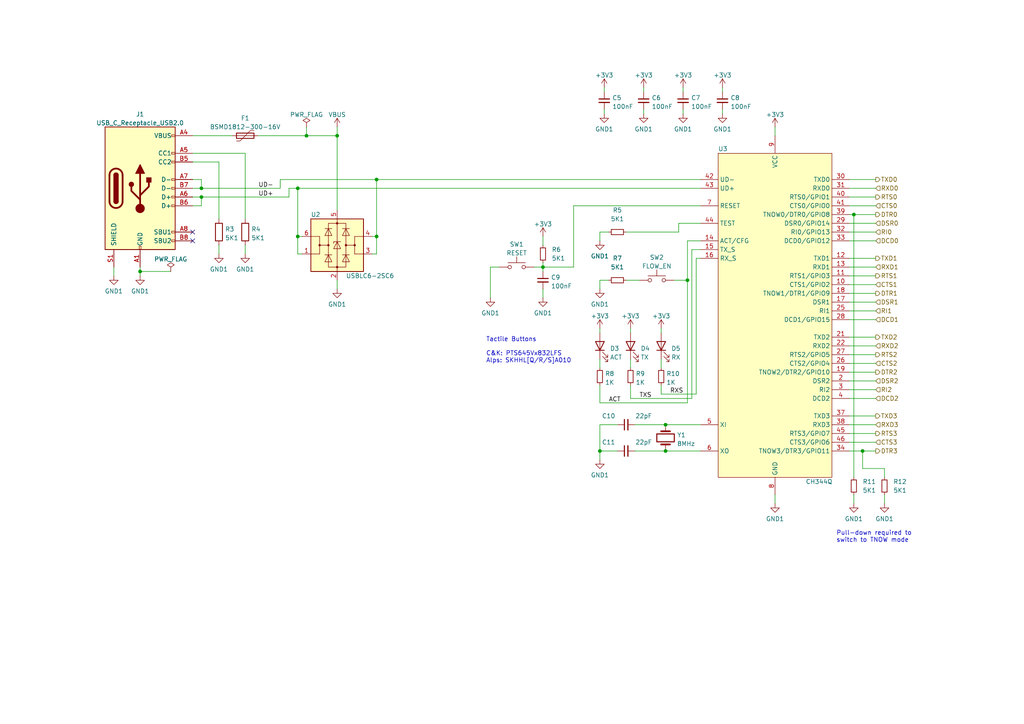
<source format=kicad_sch>
(kicad_sch (version 20211123) (generator eeschema)
  (paper "A4")
  (title_block (title "CH344 Isolated Serial Adapter") (date "2022-10-29") (rev "1") (company "Sleepy Pony Labs"))
  (lib_symbols
    (symbol "Connector:USB_C_Receptacle_USB2.0" (pin_names (offset 1.016))
      (property "Reference" "J" (at -10.16 19.05 0))
      (property "Value" "USB_C_Receptacle_USB2.0" (at 19.05 19.05 0))
      (symbol "USB_C_Receptacle_USB2.0_0_0"
        (rectangle (start -0.254 -17.78) (end 0.254 -16.764))
        (rectangle (start 10.16 -14.986) (end 9.144 -15.494))
        (rectangle (start 10.16 -12.446) (end 9.144 -12.954))
        (rectangle (start 10.16 -4.826) (end 9.144 -5.334))
        (rectangle (start 10.16 -2.286) (end 9.144 -2.794))
        (rectangle (start 10.16 0.254) (end 9.144 -0.254))
        (rectangle (start 10.16 2.794) (end 9.144 2.286))
        (rectangle (start 10.16 7.874) (end 9.144 7.366))
        (rectangle (start 10.16 10.414) (end 9.144 9.906))
        (rectangle (start 10.16 15.494) (end 9.144 14.986))
      )
      (symbol "USB_C_Receptacle_USB2.0_0_1"
        (rectangle (start -10.16 17.78) (end 10.16 -17.78) (stroke (width 0.254)) (fill (type background)))
        (arc (start -8.89 -3.81) (mid -6.985 -5.715) (end -5.08 -3.81) (stroke (width 0.508)))
        (arc (start -7.62 -3.81) (mid -6.985 -4.445) (end -6.35 -3.81) (stroke (width 0.254)))
        (arc (start -7.62 -3.81) (mid -6.985 -4.445) (end -6.35 -3.81) (stroke (width 0.254)) (fill (type outline)))
        (rectangle (start -7.62 -3.81) (end -6.35 3.81) (stroke (width 0.254)) (fill (type outline)))
        (arc (start -6.35 3.81) (mid -6.985 4.445) (end -7.62 3.81) (stroke (width 0.254)))
        (arc (start -6.35 3.81) (mid -6.985 4.445) (end -7.62 3.81) (stroke (width 0.254)) (fill (type outline)))
        (arc (start -5.08 3.81) (mid -6.985 5.715) (end -8.89 3.81) (stroke (width 0.508)))
        (circle (center -2.54 1.143) (radius 0.635) (stroke (width 0.254)) (fill (type outline)))
        (circle (center 0 -5.842) (radius 1.27) (fill (type outline)))
        (polyline (pts (xy -8.89 -3.81) (xy -8.89 3.81)) (stroke (width 0.508)))
        (polyline (pts (xy -5.08 3.81) (xy -5.08 -3.81)) (stroke (width 0.508)))
        (polyline (pts (xy 0 -5.842) (xy 0 4.318)) (stroke (width 0.508)))
        (polyline (pts (xy 0 -3.302) (xy -2.54 -0.762) (xy -2.54 0.508)) (stroke (width 0.508)))
        (polyline (pts (xy 0 -2.032) (xy 2.54 0.508) (xy 2.54 1.778)) (stroke (width 0.508)))
        (polyline (pts (xy -1.27 4.318) (xy 0 6.858) (xy 1.27 4.318) (xy -1.27 4.318)) (stroke (width 0.254)) (fill (type outline)))
        (rectangle (start 1.905 1.778) (end 3.175 3.048) (stroke (width 0.254)) (fill (type outline)))
      )
      (symbol "USB_C_Receptacle_USB2.0_1_1"
        (pin passive line (at 0 -22.86 90) (length 5.08) (name "GND") (number "A1"))
        (pin passive line (at 0 -22.86 90) (length 5.08) hide (name "GND") (number "A12"))
        (pin passive line (at 15.24 15.24 180) (length 5.08) (name "VBUS") (number "A4"))
        (pin bidirectional line (at 15.24 10.16 180) (length 5.08) (name "CC1") (number "A5"))
        (pin bidirectional line (at 15.24 -2.54 180) (length 5.08) (name "D+") (number "A6"))
        (pin bidirectional line (at 15.24 2.54 180) (length 5.08) (name "D-") (number "A7"))
        (pin bidirectional line (at 15.24 -12.7 180) (length 5.08) (name "SBU1") (number "A8"))
        (pin passive line (at 15.24 15.24 180) (length 5.08) hide (name "VBUS") (number "A9"))
        (pin passive line (at 0 -22.86 90) (length 5.08) hide (name "GND") (number "B1"))
        (pin passive line (at 0 -22.86 90) (length 5.08) hide (name "GND") (number "B12"))
        (pin passive line (at 15.24 15.24 180) (length 5.08) hide (name "VBUS") (number "B4"))
        (pin bidirectional line (at 15.24 7.62 180) (length 5.08) (name "CC2") (number "B5"))
        (pin bidirectional line (at 15.24 -5.08 180) (length 5.08) (name "D+") (number "B6"))
        (pin bidirectional line (at 15.24 0 180) (length 5.08) (name "D-") (number "B7"))
        (pin bidirectional line (at 15.24 -15.24 180) (length 5.08) (name "SBU2") (number "B8"))
        (pin passive line (at 15.24 15.24 180) (length 5.08) hide (name "VBUS") (number "B9"))
        (pin passive line (at -7.62 -22.86 90) (length 5.08) (name "SHIELD") (number "S1"))
      )
    )
    (symbol "Device:C_Small" (pin_numbers hide) (pin_names (offset 0.254) hide)
      (property "Reference" "C" (at 0.254 1.778 0))
      (property "Value" "C_Small" (at 0.254 -2.032 0))
      (symbol "C_Small_0_1"
        (polyline (pts (xy -1.524 -0.508) (xy 1.524 -0.508)) (stroke (width 0.3302)))
        (polyline (pts (xy -1.524 0.508) (xy 1.524 0.508)) (stroke (width 0.3048)))
      )
      (symbol "C_Small_1_1"
        (pin passive line (at 0 2.54 270) (length 2.032) (name "~") (number "1"))
        (pin passive line (at 0 -2.54 90) (length 2.032) (name "~") (number "2"))
      )
    )
    (symbol "Device:Crystal" (pin_numbers hide) (pin_names (offset 1.016) hide)
      (property "Reference" "Y" (at 0 3.81 0))
      (property "Value" "Crystal" (at 0 -3.81 0))
      (symbol "Crystal_0_1"
        (rectangle (start -1.143 2.54) (end 1.143 -2.54) (stroke (width 0.3048)))
        (polyline (pts (xy -2.54 0) (xy -1.905 0)))
        (polyline (pts (xy -1.905 -1.27) (xy -1.905 1.27)) (stroke (width 0.508)))
        (polyline (pts (xy 1.905 -1.27) (xy 1.905 1.27)) (stroke (width 0.508)))
        (polyline (pts (xy 2.54 0) (xy 1.905 0)))
      )
      (symbol "Crystal_1_1"
        (pin passive line (at -3.81 0 0) (length 1.27) (name "1") (number "1"))
        (pin passive line (at 3.81 0 180) (length 1.27) (name "2") (number "2"))
      )
    )
    (symbol "Device:LED" (pin_numbers hide) (pin_names (offset 1.016) hide)
      (property "Reference" "D" (at 0 2.54 0))
      (property "Value" "LED" (at 0 -2.54 0))
      (symbol "LED_0_1"
        (polyline (pts (xy -1.27 -1.27) (xy -1.27 1.27)) (stroke (width 0.254)))
        (polyline (pts (xy -1.27 0) (xy 1.27 0)))
        (polyline (pts (xy 1.27 -1.27) (xy 1.27 1.27) (xy -1.27 0) (xy 1.27 -1.27)) (stroke (width 0.254)))
        (polyline (pts (xy -3.048 -0.762) (xy -4.572 -2.286) (xy -3.81 -2.286) (xy -4.572 -2.286) (xy -4.572 -1.524)))
        (polyline (pts (xy -1.778 -0.762) (xy -3.302 -2.286) (xy -2.54 -2.286) (xy -3.302 -2.286) (xy -3.302 -1.524)))
      )
      (symbol "LED_1_1"
        (pin passive line (at -3.81 0 0) (length 2.54) (name "K") (number "1"))
        (pin passive line (at 3.81 0 180) (length 2.54) (name "A") (number "2"))
      )
    )
    (symbol "Device:Polyfuse" (pin_numbers hide) (pin_names (offset 0))
      (property "Reference" "F" (at -2.54 0 90))
      (property "Value" "Polyfuse" (at 2.54 0 90))
      (symbol "Polyfuse_0_1"
        (rectangle (start -0.762 2.54) (end 0.762 -2.54) (stroke (width 0.254)))
        (polyline (pts (xy 0 2.54) (xy 0 -2.54)))
        (polyline (pts (xy -1.524 2.54) (xy -1.524 1.524) (xy 1.524 -1.524) (xy 1.524 -2.54)))
      )
      (symbol "Polyfuse_1_1"
        (pin passive line (at 0 3.81 270) (length 1.27) (name "~") (number "1"))
        (pin passive line (at 0 -3.81 90) (length 1.27) (name "~") (number "2"))
      )
    )
    (symbol "Device:R" (pin_numbers hide) (pin_names (offset 0))
      (property "Reference" "R" (at 2.032 0 90))
      (property "Value" "R" (at 0 0 90))
      (symbol "R_0_1"
        (rectangle (start -1.016 -2.54) (end 1.016 2.54) (stroke (width 0.254)))
      )
      (symbol "R_1_1"
        (pin passive line (at 0 3.81 270) (length 1.27) (name "~") (number "1"))
        (pin passive line (at 0 -3.81 90) (length 1.27) (name "~") (number "2"))
      )
    )
    (symbol "Device:R_Small" (pin_numbers hide) (pin_names (offset 0.254) hide)
      (property "Reference" "R" (at 0.762 0.508 0))
      (property "Value" "R_Small" (at 0.762 -1.016 0))
      (symbol "R_Small_0_1"
        (rectangle (start -0.762 1.778) (end 0.762 -1.778) (stroke (width 0.2032)))
      )
      (symbol "R_Small_1_1"
        (pin passive line (at 0 2.54 270) (length 0.762) (name "~") (number "1"))
        (pin passive line (at 0 -2.54 90) (length 0.762) (name "~") (number "2"))
      )
    )
    (symbol "Power_Protection:USBLC6-2SC6" (pin_names hide)
      (property "Reference" "U" (at 2.54 8.89 0))
      (property "Value" "USBLC6-2SC6" (at 2.54 -8.89 0))
      (symbol "USBLC6-2SC6_0_1"
        (rectangle (start -7.62 -7.62) (end 7.62 7.62) (stroke (width 0.254)) (fill (type background)))
        (circle (center -5.08 0) (radius 0.254) (fill (type outline)))
        (circle (center -2.54 0) (radius 0.254) (fill (type outline)))
        (rectangle (start -2.54 6.35) (end 2.54 -6.35))
        (circle (center 0 -6.35) (radius 0.254) (fill (type outline)))
        (polyline (pts (xy -5.08 -2.54) (xy -7.62 -2.54)))
        (polyline (pts (xy -5.08 0) (xy -5.08 -2.54)))
        (polyline (pts (xy -5.08 2.54) (xy -7.62 2.54)))
        (polyline (pts (xy -1.524 -2.794) (xy -3.556 -2.794)))
        (polyline (pts (xy -1.524 4.826) (xy -3.556 4.826)))
        (polyline (pts (xy 0 -7.62) (xy 0 -6.35)))
        (polyline (pts (xy 0 -6.35) (xy 0 1.27)))
        (polyline (pts (xy 0 1.27) (xy 0 6.35)))
        (polyline (pts (xy 0 6.35) (xy 0 7.62)))
        (polyline (pts (xy 1.524 -2.794) (xy 3.556 -2.794)))
        (polyline (pts (xy 1.524 4.826) (xy 3.556 4.826)))
        (polyline (pts (xy 5.08 -2.54) (xy 7.62 -2.54)))
        (polyline (pts (xy 5.08 0) (xy 5.08 -2.54)))
        (polyline (pts (xy 5.08 2.54) (xy 7.62 2.54)))
        (polyline (pts (xy -2.54 0) (xy -5.08 0) (xy -5.08 2.54)))
        (polyline (pts (xy 2.54 0) (xy 5.08 0) (xy 5.08 2.54)))
        (polyline (pts (xy -3.556 -4.826) (xy -1.524 -4.826) (xy -2.54 -2.794) (xy -3.556 -4.826)))
        (polyline (pts (xy -3.556 2.794) (xy -1.524 2.794) (xy -2.54 4.826) (xy -3.556 2.794)))
        (polyline (pts (xy -1.016 -1.016) (xy 1.016 -1.016) (xy 0 1.016) (xy -1.016 -1.016)))
        (polyline (pts (xy 1.016 1.016) (xy 0.762 1.016) (xy -1.016 1.016) (xy -1.016 0.508)))
        (polyline (pts (xy 3.556 -4.826) (xy 1.524 -4.826) (xy 2.54 -2.794) (xy 3.556 -4.826)))
        (polyline (pts (xy 3.556 2.794) (xy 1.524 2.794) (xy 2.54 4.826) (xy 3.556 2.794)))
        (circle (center 0 6.35) (radius 0.254) (fill (type outline)))
        (circle (center 2.54 0) (radius 0.254) (fill (type outline)))
        (circle (center 5.08 0) (radius 0.254) (fill (type outline)))
      )
      (symbol "USBLC6-2SC6_1_1"
        (pin passive line (at -10.16 -2.54 0) (length 2.54) (name "I/O1") (number "1"))
        (pin passive line (at 0 -10.16 90) (length 2.54) (name "GND") (number "2"))
        (pin passive line (at 10.16 -2.54 180) (length 2.54) (name "I/O2") (number "3"))
        (pin passive line (at 10.16 2.54 180) (length 2.54) (name "I/O2") (number "4"))
        (pin passive line (at 0 10.16 270) (length 2.54) (name "VBUS") (number "5"))
        (pin passive line (at -10.16 2.54 0) (length 2.54) (name "I/O1") (number "6"))
      )
    )
    (symbol "Switch:SW_Push" (pin_numbers hide) (pin_names (offset 1.016) hide)
      (property "Reference" "SW" (at 1.27 2.54 0))
      (property "Value" "SW_Push" (at 0 -1.524 0))
      (symbol "SW_Push_0_1"
        (circle (center -2.032 0) (radius 0.508))
        (polyline (pts (xy 0 1.27) (xy 0 3.048)))
        (polyline (pts (xy 2.54 1.27) (xy -2.54 1.27)))
        (circle (center 2.032 0) (radius 0.508))
        (pin passive line (at -5.08 0 0) (length 2.54) (name "1") (number "1"))
        (pin passive line (at 5.08 0 180) (length 2.54) (name "2") (number "2"))
      )
    )
    (symbol "isolated_serial_adapter:CH344Q"
      (property "Reference" "U" (at -15.24 52.07 0))
      (property "Value" "CH344Q" (at 12.7 -44.45 0))
      (symbol "CH344Q_0_1"
        (rectangle (start -16.51 50.8) (end 16.51 -43.18) (stroke (width 0.1524)) (fill (type background)))
      )
      (symbol "CH344Q_1_1"
        (pin no_connect line (at -21.59 15.24 0) (length 5.08) hide (name "NC") (number "1"))
        (pin bidirectional line (at 21.59 12.7 180) (length 5.08) (name "CTS1/GPIO2") (number "10"))
        (pin bidirectional line (at 21.59 15.24 180) (length 5.08) (name "RTS1/GPIO3") (number "11"))
        (pin output line (at 21.59 20.32 180) (length 5.08) (name "TXD1") (number "12"))
        (pin input line (at 21.59 17.78 180) (length 5.08) (name "RXD1") (number "13"))
        (pin bidirectional line (at -21.59 25.4 0) (length 5.08) (name "ACT/CFG") (number "14"))
        (pin output line (at -21.59 22.86 0) (length 5.08) (name "TX_S") (number "15"))
        (pin output line (at -21.59 20.32 0) (length 5.08) (name "RX_S") (number "16"))
        (pin input line (at 21.59 7.62 180) (length 5.08) (name "DSR1") (number "17"))
        (pin bidirectional line (at 21.59 10.16 180) (length 5.08) (name "TNOW1/DTR1/GPIO9") (number "18"))
        (pin bidirectional line (at 21.59 -12.7 180) (length 5.08) (name "TNOW2/DTR2/GPIO10") (number "19"))
        (pin input line (at 21.59 -15.24 180) (length 5.08) (name "DSR2") (number "2"))
        (pin power_in line (at 0 -48.26 90) (length 5.08) hide (name "GND") (number "20"))
        (pin output line (at 21.59 -2.54 180) (length 5.08) (name "TXD2") (number "21"))
        (pin input line (at 21.59 -5.08 180) (length 5.08) (name "RXD2") (number "22"))
        (pin power_in line (at 0 -48.26 90) (length 5.08) hide (name "GND") (number "23"))
        (pin power_in line (at 0 55.88 270) (length 5.08) hide (name "VCC") (number "24"))
        (pin input line (at 21.59 5.08 180) (length 5.08) (name "RI1") (number "25"))
        (pin bidirectional line (at 21.59 -10.16 180) (length 5.08) (name "CTS2/GPIO4") (number "26"))
        (pin bidirectional line (at 21.59 -7.62 180) (length 5.08) (name "RTS2/GPIO5") (number "27"))
        (pin bidirectional line (at 21.59 2.54 180) (length 5.08) (name "DCD1/GPIO15") (number "28"))
        (pin bidirectional line (at 21.59 30.48 180) (length 5.08) (name "DSR0/GPIO14") (number "29"))
        (pin input line (at 21.59 -17.78 180) (length 5.08) (name "RI2") (number "3"))
        (pin output line (at 21.59 43.18 180) (length 5.08) (name "TXD0") (number "30"))
        (pin input line (at 21.59 40.64 180) (length 5.08) (name "RXD0") (number "31"))
        (pin bidirectional line (at 21.59 27.94 180) (length 5.08) (name "RI0/GPIO13") (number "32"))
        (pin bidirectional line (at 21.59 25.4 180) (length 5.08) (name "DCD0/GPIO12") (number "33"))
        (pin bidirectional line (at 21.59 -35.56 180) (length 5.08) (name "TNOW3/DTR3/GPIO11") (number "34"))
        (pin power_in line (at 0 -48.26 90) (length 5.08) hide (name "GND") (number "35"))
        (pin power_in line (at 0 55.88 270) (length 5.08) hide (name "VCC") (number "36"))
        (pin output line (at 21.59 -25.4 180) (length 5.08) (name "TXD3") (number "37"))
        (pin input line (at 21.59 -27.94 180) (length 5.08) (name "RXD3") (number "38"))
        (pin bidirectional line (at 21.59 33.02 180) (length 5.08) (name "TNOW0/DTR0/GPIO8") (number "39"))
        (pin input line (at 21.59 -20.32 180) (length 5.08) (name "DCD2") (number "4"))
        (pin bidirectional line (at 21.59 38.1 180) (length 5.08) (name "RTS0/GPIO1") (number "40"))
        (pin bidirectional line (at 21.59 35.56 180) (length 5.08) (name "CTS0/GPIO0") (number "41"))
        (pin bidirectional line (at -21.59 43.18 0) (length 5.08) (name "UD-") (number "42"))
        (pin bidirectional line (at -21.59 40.64 0) (length 5.08) (name "UD+") (number "43"))
        (pin bidirectional line (at -21.59 30.48 0) (length 5.08) (name "TEST") (number "44"))
        (pin bidirectional line (at 21.59 -30.48 180) (length 5.08) (name "RTS3/GPIO7") (number "45"))
        (pin bidirectional line (at 21.59 -33.02 180) (length 5.08) (name "CTS3/GPIO6") (number "46"))
        (pin power_in line (at 0 -48.26 90) (length 5.08) hide (name "GND") (number "47"))
        (pin power_in line (at 0 55.88 270) (length 5.08) hide (name "VCC") (number "48"))
        (pin passive line (at -21.59 -27.94 0) (length 5.08) (name "XI") (number "5"))
        (pin passive line (at -21.59 -35.56 0) (length 5.08) (name "XO") (number "6"))
        (pin input line (at -21.59 35.56 0) (length 5.08) (name "RESET") (number "7"))
        (pin power_in line (at 0 -48.26 90) (length 5.08) (name "GND") (number "8"))
        (pin power_in line (at 0 55.88 270) (length 5.08) (name "VCC") (number "9"))
      )
    )
    (symbol "power:+3V3" (power) (pin_names (offset 0))
      (property "Value" "+3V3" (at 0 3.556 0))
      (symbol "+3V3_0_1"
        (polyline (pts (xy -0.762 1.27) (xy 0 2.54)))
        (polyline (pts (xy 0 0) (xy 0 2.54)))
        (polyline (pts (xy 0 2.54) (xy 0.762 1.27)))
      )
      (symbol "+3V3_1_1"
        (pin power_in line (at 0 0 90) (length 0) hide (name "+3V3") (number "1"))
      )
    )
    (symbol "power:GND1" (power) (pin_names (offset 0))
      (property "Value" "GND1" (at 0 -3.81 0))
      (symbol "GND1_0_1"
        (polyline (pts (xy 0 0) (xy 0 -1.27) (xy 1.27 -1.27) (xy 0 -2.54) (xy -1.27 -1.27) (xy 0 -1.27)))
      )
      (symbol "GND1_1_1"
        (pin power_in line (at 0 0 270) (length 0) hide (name "GND1") (number "1"))
      )
    )
    (symbol "power:PWR_FLAG" (power) (pin_numbers hide) (pin_names (offset 0) hide)
      (property "Value" "PWR_FLAG" (at 0 3.81 0))
      (symbol "PWR_FLAG_0_0"
        (pin power_out line (at 0 0 90) (length 0) (name "pwr") (number "1"))
      )
      (symbol "PWR_FLAG_0_1"
        (polyline (pts (xy 0 0) (xy 0 1.27) (xy -1.016 1.905) (xy 0 2.54) (xy 1.016 1.905) (xy 0 1.27)))
      )
    )
    (symbol "power:VBUS" (power) (pin_names (offset 0))
      (property "Value" "VBUS" (at 0 3.81 0))
      (symbol "VBUS_0_1"
        (polyline (pts (xy -0.762 1.27) (xy 0 2.54)))
        (polyline (pts (xy 0 0) (xy 0 2.54)))
        (polyline (pts (xy 0 2.54) (xy 0.762 1.27)))
      )
      (symbol "VBUS_1_1"
        (pin power_in line (at 0 0 90) (length 0) hide (name "VBUS") (number "1"))
      )
    )
  )
  (junction (at 173.99 130.81))
  (junction (at 157.48 77.47))
  (junction (at 250.19 130.81))
  (junction (at 247.65 62.23))
  (junction (at 109.22 68.58))
  (junction (at 88.9 39.37))
  (junction (at 58.42 57.15))
  (junction (at 109.22 52.07))
  (junction (at 193.04 123.19))
  (junction (at 199.39 81.28))
  (junction (at 97.79 39.37))
  (junction (at 86.36 68.58))
  (junction (at 58.42 54.61))
  (junction (at 86.36 54.61))
  (junction (at 193.04 130.81))
  (junction (at 40.64 78.74))
  (no_connect (at 55.88 67.31))
  (no_connect (at 55.88 69.85))
  (wire (pts (xy 246.38 87.63) (xy 254 87.63)))
  (wire (pts (xy 246.38 74.93) (xy 254 74.93)))
  (wire (pts (xy 157.48 77.47) (xy 157.48 78.74)))
  (wire (pts (xy 157.48 68.58) (xy 157.48 71.12)))
  (wire (pts (xy 176.53 81.28) (xy 173.99 81.28)))
  (wire (pts (xy 209.55 25.4) (xy 209.55 26.67)))
  (wire (pts (xy 203.2 72.39) (xy 200.66 72.39)))
  (wire (pts (xy 86.36 54.61) (xy 203.2 54.61)))
  (wire (pts (xy 182.88 104.14) (xy 182.88 106.68)))
  (wire (pts (xy 97.79 36.83) (xy 97.79 39.37)))
  (wire (pts (xy 176.53 67.31) (xy 173.99 67.31)))
  (wire (pts (xy 88.9 36.83) (xy 88.9 39.37)))
  (wire (pts (xy 250.19 130.81) (xy 254 130.81)))
  (wire (pts (xy 246.38 105.41) (xy 254 105.41)))
  (wire (pts (xy 55.88 44.45) (xy 71.12 44.45)))
  (wire (pts (xy 173.99 130.81) (xy 173.99 133.35)))
  (wire (pts (xy 40.64 77.47) (xy 40.64 78.74)))
  (wire (pts (xy 246.38 123.19) (xy 254 123.19)))
  (wire (pts (xy 81.28 52.07) (xy 109.22 52.07)))
  (wire (pts (xy 203.2 59.69) (xy 166.37 59.69)))
  (wire (pts (xy 58.42 54.61) (xy 81.28 54.61)))
  (wire (pts (xy 246.38 82.55) (xy 254 82.55)))
  (wire (pts (xy 109.22 52.07) (xy 109.22 68.58)))
  (wire (pts (xy 203.2 74.93) (xy 201.93 74.93)))
  (wire (pts (xy 186.69 31.75) (xy 186.69 33.02)))
  (wire (pts (xy 109.22 68.58) (xy 109.22 73.66)))
  (wire (pts (xy 166.37 59.69) (xy 166.37 77.47)))
  (wire (pts (xy 86.36 73.66) (xy 87.63 73.66)))
  (wire (pts (xy 86.36 54.61) (xy 86.36 68.58)))
  (wire (pts (xy 246.38 92.71) (xy 254 92.71)))
  (wire (pts (xy 173.99 67.31) (xy 173.99 69.85)))
  (wire (pts (xy 181.61 67.31) (xy 196.85 67.31)))
  (wire (pts (xy 181.61 81.28) (xy 185.42 81.28)))
  (wire (pts (xy 40.64 78.74) (xy 40.64 80.01)))
  (wire (pts (xy 173.99 104.14) (xy 173.99 106.68)))
  (wire (pts (xy 246.38 80.01) (xy 254 80.01)))
  (wire (pts (xy 246.38 57.15) (xy 254 57.15)))
  (wire (pts (xy 199.39 81.28) (xy 199.39 116.84)))
  (wire (pts (xy 246.38 125.73) (xy 254 125.73)))
  (wire (pts (xy 33.02 77.47) (xy 33.02 80.01)))
  (wire (pts (xy 191.77 104.14) (xy 191.77 106.68)))
  (wire (pts (xy 186.69 25.4) (xy 186.69 26.67)))
  (wire (pts (xy 246.38 90.17) (xy 254 90.17)))
  (wire (pts (xy 182.88 115.57) (xy 182.88 111.76)))
  (wire (pts (xy 175.26 25.4) (xy 175.26 26.67)))
  (wire (pts (xy 199.39 69.85) (xy 199.39 81.28)))
  (wire (pts (xy 246.38 52.07) (xy 254 52.07)))
  (wire (pts (xy 97.79 39.37) (xy 97.79 60.96)))
  (wire (pts (xy 109.22 73.66) (xy 107.95 73.66)))
  (wire (pts (xy 191.77 114.3) (xy 191.77 111.76)))
  (wire (pts (xy 55.88 57.15) (xy 58.42 57.15)))
  (wire (pts (xy 58.42 52.07) (xy 58.42 54.61)))
  (wire (pts (xy 74.93 39.37) (xy 88.9 39.37)))
  (wire (pts (xy 200.66 115.57) (xy 182.88 115.57)))
  (wire (pts (xy 199.39 116.84) (xy 173.99 116.84)))
  (wire (pts (xy 201.93 74.93) (xy 201.93 114.3)))
  (wire (pts (xy 157.48 76.2) (xy 157.48 77.47)))
  (wire (pts (xy 182.88 95.25) (xy 182.88 96.52)))
  (wire (pts (xy 196.85 67.31) (xy 196.85 64.77)))
  (wire (pts (xy 55.88 52.07) (xy 58.42 52.07)))
  (wire (pts (xy 142.24 77.47) (xy 142.24 86.36)))
  (wire (pts (xy 246.38 62.23) (xy 247.65 62.23)))
  (wire (pts (xy 246.38 100.33) (xy 254 100.33)))
  (wire (pts (xy 157.48 83.82) (xy 157.48 86.36)))
  (wire (pts (xy 246.38 110.49) (xy 254 110.49)))
  (wire (pts (xy 246.38 102.87) (xy 254 102.87)))
  (wire (pts (xy 184.15 130.81) (xy 193.04 130.81)))
  (wire (pts (xy 224.79 143.51) (xy 224.79 146.05)))
  (wire (pts (xy 154.94 77.47) (xy 157.48 77.47)))
  (wire (pts (xy 83.82 57.15) (xy 83.82 54.61)))
  (wire (pts (xy 184.15 123.19) (xy 193.04 123.19)))
  (wire (pts (xy 191.77 95.25) (xy 191.77 96.52)))
  (wire (pts (xy 88.9 39.37) (xy 97.79 39.37)))
  (wire (pts (xy 256.54 135.89) (xy 250.19 135.89)))
  (wire (pts (xy 200.66 72.39) (xy 200.66 115.57)))
  (wire (pts (xy 246.38 67.31) (xy 254 67.31)))
  (wire (pts (xy 173.99 81.28) (xy 173.99 83.82)))
  (wire (pts (xy 247.65 62.23) (xy 247.65 138.43)))
  (wire (pts (xy 58.42 57.15) (xy 58.42 59.69)))
  (wire (pts (xy 81.28 54.61) (xy 81.28 52.07)))
  (wire (pts (xy 247.65 143.51) (xy 247.65 146.05)))
  (wire (pts (xy 63.5 71.12) (xy 63.5 73.66)))
  (wire (pts (xy 107.95 68.58) (xy 109.22 68.58)))
  (wire (pts (xy 109.22 52.07) (xy 203.2 52.07)))
  (wire (pts (xy 224.79 36.83) (xy 224.79 39.37)))
  (wire (pts (xy 246.38 115.57) (xy 254 115.57)))
  (wire (pts (xy 179.07 123.19) (xy 173.99 123.19)))
  (wire (pts (xy 195.58 81.28) (xy 199.39 81.28)))
  (wire (pts (xy 175.26 31.75) (xy 175.26 33.02)))
  (wire (pts (xy 198.12 25.4) (xy 198.12 26.67)))
  (wire (pts (xy 250.19 135.89) (xy 250.19 130.81)))
  (wire (pts (xy 246.38 120.65) (xy 254 120.65)))
  (wire (pts (xy 166.37 77.47) (xy 157.48 77.47)))
  (wire (pts (xy 246.38 113.03) (xy 254 113.03)))
  (wire (pts (xy 246.38 64.77) (xy 254 64.77)))
  (wire (pts (xy 193.04 123.19) (xy 203.2 123.19)))
  (wire (pts (xy 198.12 31.75) (xy 198.12 33.02)))
  (wire (pts (xy 71.12 71.12) (xy 71.12 73.66)))
  (wire (pts (xy 246.38 77.47) (xy 254 77.47)))
  (wire (pts (xy 97.79 81.28) (xy 97.79 83.82)))
  (wire (pts (xy 58.42 59.69) (xy 55.88 59.69)))
  (wire (pts (xy 193.04 130.81) (xy 203.2 130.81)))
  (wire (pts (xy 246.38 69.85) (xy 254 69.85)))
  (wire (pts (xy 256.54 143.51) (xy 256.54 146.05)))
  (wire (pts (xy 55.88 46.99) (xy 63.5 46.99)))
  (wire (pts (xy 71.12 44.45) (xy 71.12 63.5)))
  (wire (pts (xy 209.55 31.75) (xy 209.55 33.02)))
  (wire (pts (xy 173.99 95.25) (xy 173.99 96.52)))
  (wire (pts (xy 86.36 68.58) (xy 86.36 73.66)))
  (wire (pts (xy 203.2 69.85) (xy 199.39 69.85)))
  (wire (pts (xy 173.99 130.81) (xy 179.07 130.81)))
  (wire (pts (xy 256.54 138.43) (xy 256.54 135.89)))
  (wire (pts (xy 201.93 114.3) (xy 191.77 114.3)))
  (wire (pts (xy 173.99 116.84) (xy 173.99 111.76)))
  (wire (pts (xy 58.42 57.15) (xy 83.82 57.15)))
  (wire (pts (xy 144.78 77.47) (xy 142.24 77.47)))
  (wire (pts (xy 246.38 54.61) (xy 254 54.61)))
  (wire (pts (xy 58.42 54.61) (xy 55.88 54.61)))
  (wire (pts (xy 246.38 128.27) (xy 254 128.27)))
  (wire (pts (xy 247.65 62.23) (xy 254 62.23)))
  (wire (pts (xy 63.5 46.99) (xy 63.5 63.5)))
  (wire (pts (xy 83.82 54.61) (xy 86.36 54.61)))
  (wire (pts (xy 246.38 97.79) (xy 254 97.79)))
  (wire (pts (xy 87.63 68.58) (xy 86.36 68.58)))
  (wire (pts (xy 246.38 85.09) (xy 254 85.09)))
  (wire (pts (xy 173.99 123.19) (xy 173.99 130.81)))
  (wire (pts (xy 246.38 59.69) (xy 254 59.69)))
  (wire (pts (xy 55.88 39.37) (xy 67.31 39.37)))
  (wire (pts (xy 246.38 107.95) (xy 254 107.95)))
  (wire (pts (xy 196.85 64.77) (xy 203.2 64.77)))
  (wire (pts (xy 246.38 130.81) (xy 250.19 130.81)))
  (wire (pts (xy 40.64 78.74) (xy 49.53 78.74)))
  (text "Tactile Buttons\n\nC&K: PTS645Vx832LFS\nAlps: SKHHL[Q/R/S]A010" (at 140.97 105.41 0) (effects (font (size 1.27 1.27)) (justify left bottom)))
  (text "Pull-down required to\nswitch to TNOW mode\n" (at 242.57 157.48 0) (effects (font (size 1.27 1.27)) (justify left bottom)))
  (label "UD+" (at 74.93 57.15 0))
  (label "ACT" (at 176.53 116.84 0))
  (label "TXS" (at 185.42 115.57 0))
  (label "UD-" (at 74.93 54.61 0))
  (label "RXS" (at 194.31 114.3 0))
  (hierarchical_label "TXD1" (shape output) (at 254 74.93 0))
  (hierarchical_label "RXD0" (shape input) (at 254 54.61 0))
  (hierarchical_label "RTS0" (shape output) (at 254 57.15 0))
  (hierarchical_label "TXD0" (shape output) (at 254 52.07 0))
  (hierarchical_label "CTS2" (shape input) (at 254 105.41 0))
  (hierarchical_label "CTS0" (shape input) (at 254 59.69 0))
  (hierarchical_label "DCD1" (shape input) (at 254 92.71 0))
  (hierarchical_label "TXD3" (shape output) (at 254 120.65 0))
  (hierarchical_label "RXD1" (shape input) (at 254 77.47 0))
  (hierarchical_label "RI2" (shape input) (at 254 113.03 0))
  (hierarchical_label "RTS3" (shape output) (at 254 125.73 0))
  (hierarchical_label "DCD0" (shape input) (at 254 69.85 0))
  (hierarchical_label "DSR0" (shape input) (at 254 64.77 0))
  (hierarchical_label "RTS2" (shape output) (at 254 102.87 0))
  (hierarchical_label "DCD2" (shape input) (at 254 115.57 0))
  (hierarchical_label "DSR2" (shape input) (at 254 110.49 0))
  (hierarchical_label "RTS1" (shape output) (at 254 80.01 0))
  (hierarchical_label "DSR1" (shape input) (at 254 87.63 0))
  (hierarchical_label "RXD2" (shape input) (at 254 100.33 0))
  (hierarchical_label "RI1" (shape input) (at 254 90.17 0))
  (hierarchical_label "DTR2" (shape output) (at 254 107.95 0))
  (hierarchical_label "DTR0" (shape output) (at 254 62.23 0))
  (hierarchical_label "DTR3" (shape output) (at 254 130.81 0))
  (hierarchical_label "CTS1" (shape input) (at 254 82.55 0))
  (hierarchical_label "TXD2" (shape output) (at 254 97.79 0))
  (hierarchical_label "CTS3" (shape input) (at 254 128.27 0))
  (hierarchical_label "DTR1" (shape output) (at 254 85.09 0))
  (hierarchical_label "RXD3" (shape input) (at 254 123.19 0))
  (hierarchical_label "RI0" (shape input) (at 254 67.31 0))
  (symbol (lib_id "power:+3V3") (at 191.77 95.25 0) (unit 1)
    (property "Reference" "#PWR036" (effects hide))
    (property "Value" "+3V3" (at 191.77 91.6742 0))
  )
  (symbol (lib_id "Device:C_Small") (at 186.69 29.21 0) (unit 1)
    (property "Reference" "C6" (at 189.0141 28.3816 0) (effects (justify left)))
    (property "Value" "100nF" (at 189.0141 30.9185 0) (effects (justify left)))
    (property "Footprint" "Capacitor_SMD:C_0603_1608Metric" (effects hide))
  )
  (symbol (lib_id "power:GND1") (at 142.24 86.36 0) (unit 1)
    (property "Reference" "#PWR032" (effects hide))
    (property "Value" "GND1" (at 142.24 90.8034 0))
  )
  (symbol (lib_id "Device:LED") (at 182.88 100.33 90) (unit 1)
    (property "Reference" "D4" (at 185.801 101.0828 90) (effects (justify right)))
    (property "Value" "TX" (at 185.801 103.6197 90) (effects (justify right)))
    (property "Footprint" "LED_THT:LED_Rectangular_W3.0mm_H2.0mm" (effects hide))
  )
  (symbol (lib_id "Device:C_Small") (at 175.26 29.21 0) (unit 1)
    (property "Reference" "C5" (at 177.5841 28.3816 0) (effects (justify left)))
    (property "Value" "100nF" (at 177.5841 30.9185 0) (effects (justify left)))
    (property "Footprint" "Capacitor_SMD:C_0603_1608Metric" (effects hide))
  )
  (symbol (lib_id "power:GND1") (at 71.12 73.66 0) (unit 1)
    (property "Reference" "#PWR027" (effects hide))
    (property "Value" "GND1" (at 71.12 78.1034 0))
  )
  (symbol (lib_id "power:GND1") (at 173.99 83.82 0) (unit 1)
    (property "Reference" "#PWR031" (effects hide))
    (property "Value" "GND1" (at 173.99 88.2634 0))
  )
  (symbol (lib_id "Device:R_Small") (at 157.48 73.66 180) (unit 1)
    (property "Reference" "R6" (at 160.02 72.3899 0) (effects (justify right)))
    (property "Value" "5K1" (at 160.02 74.9299 0) (effects (justify right)))
    (property "Footprint" "Resistor_SMD:R_0603_1608Metric" (effects hide))
  )
  (symbol (lib_id "Power_Protection:USBLC6-2SC6") (at 97.79 71.12 0) (unit 1)
    (property "Reference" "U2" (at 90.17 62.23 0) (effects (justify left)))
    (property "Value" "USBLC6-2SC6" (at 100.33 80.01 0) (effects (justify left)))
    (property "Footprint" "Package_TO_SOT_SMD:SOT-23-6" (effects hide))
    (property "Datasheet" "https://www.st.com/resource/en/datasheet/usblc6-2.pdf" (effects hide))
  )
  (symbol (lib_id "Device:C_Small") (at 209.55 29.21 0) (unit 1)
    (property "Reference" "C8" (at 211.8741 28.3816 0) (effects (justify left)))
    (property "Value" "100nF" (at 211.8741 30.9185 0) (effects (justify left)))
    (property "Footprint" "Capacitor_SMD:C_0603_1608Metric" (effects hide))
  )
  (symbol (lib_id "Device:R_Small") (at 179.07 81.28 90) (unit 1)
    (property "Reference" "R7" (at 179.07 74.93 90))
    (property "Value" "5K1" (at 179.07 77.47 90))
    (property "Footprint" "Resistor_SMD:R_0603_1608Metric" (effects hide))
  )
  (symbol (lib_id "Switch:SW_Push") (at 149.86 77.47 0) (unit 1)
    (property "Reference" "SW1" (at 149.86 70.8492 0))
    (property "Value" "RESET" (at 149.86 73.3861 0))
    (property "Footprint" "Button_Switch_THT:SW_Tactile_SPST_Angled_PTS645Vx83-2LFS" (effects hide))
  )
  (symbol (lib_id "Device:R_Small") (at 247.65 140.97 0) (unit 1)
    (property "Reference" "R11" (at 250.19 139.6999 0) (effects (justify left)))
    (property "Value" "5K1" (at 250.19 142.2399 0) (effects (justify left)))
    (property "Footprint" "Resistor_SMD:R_0603_1608Metric" (effects hide))
  )
  (symbol (lib_id "power:+3V3") (at 157.48 68.58 0) (unit 1)
    (property "Reference" "#PWR024" (effects hide))
    (property "Value" "+3V3" (at 157.48 65.0042 0))
  )
  (symbol (lib_id "power:GND1") (at 173.99 133.35 0) (unit 1)
    (property "Reference" "#PWR037" (effects hide))
    (property "Value" "GND1" (at 173.99 137.7934 0))
  )
  (symbol (lib_id "Device:C_Small") (at 198.12 29.21 0) (unit 1)
    (property "Reference" "C7" (at 200.4441 28.3816 0) (effects (justify left)))
    (property "Value" "100nF" (at 200.4441 30.9185 0) (effects (justify left)))
    (property "Footprint" "Capacitor_SMD:C_0603_1608Metric" (effects hide))
  )
  (symbol (lib_id "power:GND1") (at 63.5 73.66 0) (unit 1)
    (property "Reference" "#PWR026" (effects hide))
    (property "Value" "GND1" (at 63.5 78.1034 0))
  )
  (symbol (lib_id "power:PWR_FLAG") (at 88.9 36.83 0) (unit 1)
    (property "Reference" "#FLG01" (effects hide))
    (property "Value" "PWR_FLAG" (at 88.9 33.2542 0))
  )
  (symbol (lib_id "power:+3V3") (at 186.69 25.4 0) (unit 1)
    (property "Reference" "#PWR015" (effects hide))
    (property "Value" "+3V3" (at 186.69 21.8242 0))
  )
  (symbol (lib_id "power:+3V3") (at 224.79 36.83 0) (unit 1)
    (property "Reference" "#PWR023" (effects hide))
    (property "Value" "+3V3" (at 224.79 33.2542 0))
  )
  (symbol (lib_id "Device:R_Small") (at 256.54 140.97 0) (unit 1)
    (property "Reference" "R12" (at 259.08 139.6999 0) (effects (justify left)))
    (property "Value" "5K1" (at 259.08 142.2399 0) (effects (justify left)))
    (property "Footprint" "Resistor_SMD:R_0603_1608Metric" (effects hide))
  )
  (symbol (lib_id "Device:C_Small") (at 157.48 81.28 0) (unit 1)
    (property "Reference" "C9" (at 159.8041 80.4516 0) (effects (justify left)))
    (property "Value" "100nF" (at 159.8041 82.9885 0) (effects (justify left)))
    (property "Footprint" "Capacitor_SMD:C_0603_1608Metric" (effects hide))
  )
  (symbol (lib_id "power:GND1") (at 40.64 80.01 0) (unit 1)
    (property "Reference" "#PWR029" (effects hide))
    (property "Value" "GND1" (at 40.64 84.4534 0))
  )
  (symbol (lib_id "power:+3V3") (at 173.99 95.25 0) (unit 1)
    (property "Reference" "#PWR034" (effects hide))
    (property "Value" "+3V3" (at 173.99 91.6742 0))
  )
  (symbol (lib_id "Connector:USB_C_Receptacle_USB2.0") (at 40.64 54.61 0) (unit 1)
    (property "Reference" "J1" (at 40.64 33.1302 0))
    (property "Value" "USB_C_Receptacle_USB2.0" (at 40.64 35.6671 0))
    (property "Footprint" "isolated_serial_adapter:USB_C_Receptacle_HRO_TYPE-C-31-M-12_NO_SBU" (effects hide))
    (property "Datasheet" "https://www.usb.org/sites/default/files/documents/usb_type-c.zip" (effects hide))
  )
  (symbol (lib_id "power:+3V3") (at 209.55 25.4 0) (unit 1)
    (property "Reference" "#PWR017" (effects hide))
    (property "Value" "+3V3" (at 209.55 21.8242 0))
  )
  (symbol (lib_id "Device:Polyfuse") (at 71.12 39.37 90) (unit 1)
    (property "Reference" "F1" (at 71.12 34.2732 90))
    (property "Value" "BSMD1812-300-16V" (at 71.12 36.8101 90))
    (property "Footprint" "Fuse:Fuse_1812_4532Metric" (effects hide))
  )
  (symbol (lib_id "power:GND1") (at 198.12 33.02 0) (unit 1)
    (property "Reference" "#PWR020" (effects hide))
    (property "Value" "GND1" (at 198.12 37.4634 0))
  )
  (symbol (lib_id "Device:R_Small") (at 182.88 109.22 0) (unit 1)
    (property "Reference" "R9" (at 184.3786 108.3853 0) (effects (justify left)))
    (property "Value" "1K" (at 184.3786 110.9222 0) (effects (justify left)))
    (property "Footprint" "Resistor_SMD:R_0603_1608Metric" (effects hide))
  )
  (symbol (lib_id "Device:Crystal") (at 193.04 127 90) (unit 1)
    (property "Reference" "Y1" (at 196.3674 126.1653 90) (effects (justify right)))
    (property "Value" "8MHz" (at 196.3674 128.7022 90) (effects (justify right)))
    (property "Footprint" "Crystal:Crystal_SMD_5032-2Pin_5.0x3.2mm" (effects hide))
  )
  (symbol (lib_id "power:GND1") (at 33.02 80.01 0) (unit 1)
    (property "Reference" "#PWR028" (effects hide))
    (property "Value" "GND1" (at 33.02 84.4534 0))
  )
  (symbol (lib_id "Device:C_Small") (at 181.61 123.19 90) (unit 1)
    (property "Reference" "C10" (at 176.53 120.65 90))
    (property "Value" "22pF" (at 186.69 120.65 90))
    (property "Footprint" "Capacitor_SMD:C_0603_1608Metric" (effects hide))
  )
  (symbol (lib_id "Device:LED") (at 173.99 100.33 90) (unit 1)
    (property "Reference" "D3" (at 176.911 101.0828 90) (effects (justify right)))
    (property "Value" "ACT" (at 176.911 103.6197 90) (effects (justify right)))
    (property "Footprint" "LED_THT:LED_Rectangular_W3.0mm_H2.0mm" (effects hide))
  )
  (symbol (lib_id "power:+3V3") (at 198.12 25.4 0) (unit 1)
    (property "Reference" "#PWR016" (effects hide))
    (property "Value" "+3V3" (at 198.12 21.8242 0))
  )
  (symbol (lib_id "power:GND1") (at 247.65 146.05 0) (unit 1)
    (property "Reference" "#PWR039" (effects hide))
    (property "Value" "GND1" (at 247.65 150.4934 0))
  )
  (symbol (lib_id "Device:R") (at 71.12 67.31 0) (unit 1)
    (property "Reference" "R4" (at 72.898 66.4753 0) (effects (justify left)))
    (property "Value" "5K1" (at 72.898 69.0122 0) (effects (justify left)))
    (property "Footprint" "Resistor_SMD:R_0603_1608Metric" (effects hide))
  )
  (symbol (lib_id "power:GND1") (at 97.79 83.82 0) (unit 1)
    (property "Reference" "#PWR030" (effects hide))
    (property "Value" "GND1" (at 97.79 88.2634 0))
  )
  (symbol (lib_id "power:GND1") (at 173.99 69.85 0) (unit 1)
    (property "Reference" "#PWR025" (effects hide))
    (property "Value" "GND1" (at 173.99 74.2934 0))
  )
  (symbol (lib_id "power:PWR_FLAG") (at 49.53 78.74 0) (unit 1)
    (property "Reference" "#FLG02" (effects hide))
    (property "Value" "PWR_FLAG" (at 49.53 75.1642 0))
  )
  (symbol (lib_id "power:GND1") (at 175.26 33.02 0) (unit 1)
    (property "Reference" "#PWR018" (effects hide))
    (property "Value" "GND1" (at 175.26 37.4634 0))
  )
  (symbol (lib_id "Device:R_Small") (at 191.77 109.22 0) (unit 1)
    (property "Reference" "R10" (at 193.2686 108.3853 0) (effects (justify left)))
    (property "Value" "1K" (at 193.2686 110.9222 0) (effects (justify left)))
    (property "Footprint" "Resistor_SMD:R_0603_1608Metric" (effects hide))
  )
  (symbol (lib_id "Device:LED") (at 191.77 100.33 90) (unit 1)
    (property "Reference" "D5" (at 194.691 101.0828 90) (effects (justify right)))
    (property "Value" "RX" (at 194.691 103.6197 90) (effects (justify right)))
    (property "Footprint" "LED_THT:LED_Rectangular_W3.0mm_H2.0mm" (effects hide))
  )
  (symbol (lib_id "power:VBUS") (at 97.79 36.83 0) (unit 1)
    (property "Reference" "#PWR022" (effects hide))
    (property "Value" "VBUS" (at 97.79 33.2542 0))
  )
  (symbol (lib_id "power:GND1") (at 186.69 33.02 0) (unit 1)
    (property "Reference" "#PWR019" (effects hide))
    (property "Value" "GND1" (at 186.69 37.4634 0))
  )
  (symbol (lib_id "Device:R_Small") (at 173.99 109.22 0) (unit 1)
    (property "Reference" "R8" (at 175.4886 108.3853 0) (effects (justify left)))
    (property "Value" "1K" (at 175.4886 110.9222 0) (effects (justify left)))
    (property "Footprint" "Resistor_SMD:R_0603_1608Metric" (effects hide))
  )
  (symbol (lib_id "power:GND1") (at 256.54 146.05 0) (unit 1)
    (property "Reference" "#PWR040" (effects hide))
    (property "Value" "GND1" (at 256.54 150.4934 0))
  )
  (symbol (lib_id "power:+3V3") (at 182.88 95.25 0) (unit 1)
    (property "Reference" "#PWR035" (effects hide))
    (property "Value" "+3V3" (at 182.88 91.6742 0))
  )
  (symbol (lib_id "Switch:SW_Push") (at 190.5 81.28 0) (unit 1)
    (property "Reference" "SW2" (at 190.5 74.6592 0))
    (property "Value" "FLOW_EN" (at 190.5 77.1961 0))
    (property "Footprint" "Button_Switch_THT:SW_Tactile_SPST_Angled_PTS645Vx83-2LFS" (effects hide))
  )
  (symbol (lib_id "power:GND1") (at 209.55 33.02 0) (unit 1)
    (property "Reference" "#PWR021" (effects hide))
    (property "Value" "GND1" (at 209.55 37.4634 0))
  )
  (symbol (lib_id "power:GND1") (at 224.79 146.05 0) (unit 1)
    (property "Reference" "#PWR038" (effects hide))
    (property "Value" "GND1" (at 224.79 150.4934 0))
  )
  (symbol (lib_id "power:GND1") (at 157.48 86.36 0) (unit 1)
    (property "Reference" "#PWR033" (effects hide))
    (property "Value" "GND1" (at 157.48 90.8034 0))
  )
  (symbol (lib_id "power:+3V3") (at 175.26 25.4 0) (unit 1)
    (property "Reference" "#PWR014" (effects hide))
    (property "Value" "+3V3" (at 175.26 21.8242 0))
  )
  (symbol (lib_id "Device:R_Small") (at 179.07 67.31 90) (unit 1)
    (property "Reference" "R5" (at 179.07 60.96 90))
    (property "Value" "5K1" (at 179.07 63.5 90))
    (property "Footprint" "Resistor_SMD:R_0603_1608Metric" (effects hide))
  )
  (symbol (lib_id "Device:C_Small") (at 181.61 130.81 90) (unit 1)
    (property "Reference" "C11" (at 176.53 128.27 90))
    (property "Value" "22pF" (at 186.69 128.27 90))
    (property "Footprint" "Capacitor_SMD:C_0603_1608Metric" (effects hide))
  )
  (symbol (lib_id "Device:R") (at 63.5 67.31 0) (unit 1)
    (property "Reference" "R3" (at 65.278 66.4753 0) (effects (justify left)))
    (property "Value" "5K1" (at 65.278 69.0122 0) (effects (justify left)))
    (property "Footprint" "Resistor_SMD:R_0603_1608Metric" (effects hide))
  )
  (symbol (lib_id "isolated_serial_adapter:CH344Q") (at 224.79 95.25 0) (unit 1)
    (property "Reference" "U3" (at 208.28 43.18 0) (effects (justify left)))
    (property "Value" "CH344Q" (at 233.68 139.7 0) (effects (justify left)))
    (property "Footprint" "Package_QFP:LQFP-48_7x7mm_P0.5mm" (effects hide))
    (property "Datasheet" "https://datasheet.lcsc.com/lcsc/2204181615_WCH-Jiangsu-Qin-Heng-CH344Q_C2988084.pdf" (effects hide))
  )
)
</source>
